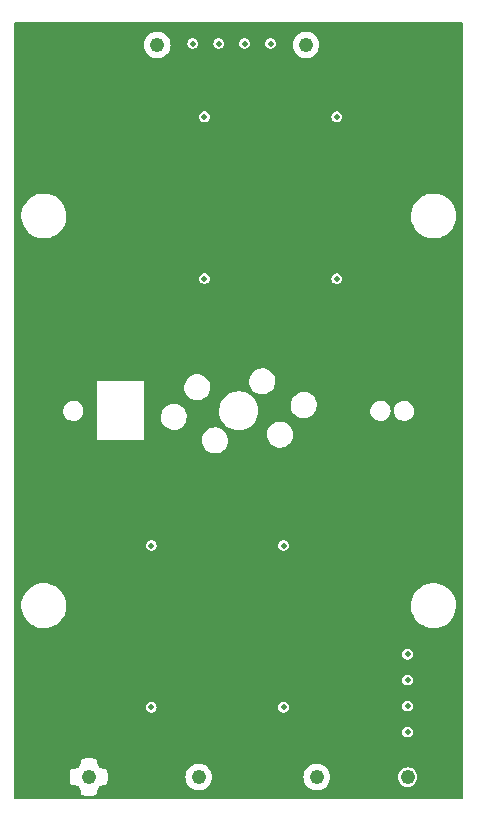
<source format=gbr>
%TF.GenerationSoftware,KiCad,Pcbnew,7.0.5-4d25ed1034~172~ubuntu22.04.1*%
%TF.CreationDate,2023-07-12T12:46:34+02:00*%
%TF.ProjectId,Chubut_2,43687562-7574-45f3-922e-6b696361645f,rev?*%
%TF.SameCoordinates,Original*%
%TF.FileFunction,Copper,L3,Inr*%
%TF.FilePolarity,Positive*%
%FSLAX46Y46*%
G04 Gerber Fmt 4.6, Leading zero omitted, Abs format (unit mm)*
G04 Created by KiCad (PCBNEW 7.0.5-4d25ed1034~172~ubuntu22.04.1) date 2023-07-12 12:46:34*
%MOMM*%
%LPD*%
G01*
G04 APERTURE LIST*
%TA.AperFunction,ComponentPad*%
%ADD10C,0.450000*%
%TD*%
%TA.AperFunction,ComponentPad*%
%ADD11C,1.240000*%
%TD*%
%TA.AperFunction,ViaPad*%
%ADD12C,0.500000*%
%TD*%
G04 APERTURE END LIST*
D10*
%TO.N,GND*%
%TO.C,U1*%
X8297500Y-10197500D03*
X9037500Y-10197500D03*
X9787500Y-10187500D03*
X8287500Y-9657500D03*
X9787500Y-9647500D03*
X6017500Y-8507500D03*
X7667500Y-8507500D03*
X6817500Y-7817500D03*
X6007500Y-7807500D03*
X7667500Y-7807500D03*
%TD*%
%TO.N,GND*%
%TO.C,U3*%
X3802500Y9997500D03*
X3062500Y9997500D03*
X2312500Y9987500D03*
X3812500Y9457500D03*
X2312500Y9447500D03*
X6082500Y8307500D03*
X4432500Y8307500D03*
X5282500Y7617500D03*
X6092500Y7607500D03*
X4432500Y7607500D03*
%TD*%
D11*
%TO.N,/CH1/Out*%
%TO.C,J6*%
X-3400000Y-31000000D03*
%TO.N,GND*%
X-2130000Y-32270000D03*
X-2130000Y-29730000D03*
X-4670000Y-32270000D03*
X-4670000Y-29730000D03*
%TD*%
%TO.N,/POWER*%
%TO.C,J1*%
X14300000Y-31000000D03*
%TO.N,GND*%
X15570000Y-32270000D03*
X15570000Y-29730000D03*
X13030000Y-32270000D03*
X13030000Y-29730000D03*
%TD*%
D10*
%TO.N,GND*%
%TO.C,U7*%
X-2902500Y-10197500D03*
X-2162500Y-10197500D03*
X-1412500Y-10187500D03*
X-2912500Y-9657500D03*
X-1412500Y-9647500D03*
X-5182500Y-8507500D03*
X-3532500Y-8507500D03*
X-4382500Y-7817500D03*
X-5192500Y-7807500D03*
X-3532500Y-7807500D03*
%TD*%
D11*
%TO.N,/CH3/Out*%
%TO.C,J8*%
X5700000Y31000000D03*
%TO.N,GND*%
X4430000Y32270000D03*
X4430000Y29730000D03*
X6970000Y32270000D03*
X6970000Y29730000D03*
%TD*%
D10*
%TO.N,GND*%
%TO.C,U8*%
X-2902500Y-23897500D03*
X-2162500Y-23897500D03*
X-1412500Y-23887500D03*
X-2912500Y-23357500D03*
X-1412500Y-23347500D03*
X-5182500Y-22207500D03*
X-3532500Y-22207500D03*
X-4382500Y-21517500D03*
X-5192500Y-21507500D03*
X-3532500Y-21507500D03*
%TD*%
%TO.N,GND*%
%TO.C,U6*%
X-7397500Y23697500D03*
X-8137500Y23697500D03*
X-8887500Y23687500D03*
X-7387500Y23157500D03*
X-8887500Y23147500D03*
X-5117500Y22007500D03*
X-6767500Y22007500D03*
X-5917500Y21317500D03*
X-5107500Y21307500D03*
X-6767500Y21307500D03*
%TD*%
D11*
%TO.N,/HV1*%
%TO.C,J11*%
X-12700000Y-31000000D03*
%TO.N,GND*%
X-11430000Y-32270000D03*
X-11430000Y-29730000D03*
X-13970000Y-32270000D03*
X-13970000Y-29730000D03*
%TD*%
%TO.N,/CH4/Out*%
%TO.C,J9*%
X-6900000Y31000000D03*
%TO.N,GND*%
X-8170000Y32270000D03*
X-8170000Y29730000D03*
X-5630000Y32270000D03*
X-5630000Y29730000D03*
%TD*%
D10*
%TO.N,GND*%
%TO.C,U4*%
X3802500Y23697500D03*
X3062500Y23697500D03*
X2312500Y23687500D03*
X3812500Y23157500D03*
X2312500Y23147500D03*
X6082500Y22007500D03*
X4432500Y22007500D03*
X5282500Y21317500D03*
X6092500Y21307500D03*
X4432500Y21307500D03*
%TD*%
D11*
%TO.N,/CH2/Out*%
%TO.C,J7*%
X6600000Y-31000000D03*
%TO.N,GND*%
X7870000Y-32270000D03*
X7870000Y-29730000D03*
X5330000Y-32270000D03*
X5330000Y-29730000D03*
%TD*%
D10*
%TO.N,GND*%
%TO.C,U2*%
X8297500Y-23897500D03*
X9037500Y-23897500D03*
X9787500Y-23887500D03*
X8287500Y-23357500D03*
X9787500Y-23347500D03*
X6017500Y-22207500D03*
X7667500Y-22207500D03*
X6817500Y-21517500D03*
X6007500Y-21507500D03*
X7667500Y-21507500D03*
%TD*%
%TO.N,GND*%
%TO.C,U5*%
X-7397500Y9997500D03*
X-8137500Y9997500D03*
X-8887500Y9987500D03*
X-7387500Y9457500D03*
X-8887500Y9447500D03*
X-5117500Y8307500D03*
X-6767500Y8307500D03*
X-5917500Y7617500D03*
X-5107500Y7607500D03*
X-6767500Y7607500D03*
%TD*%
D12*
%TO.N,GND*%
X821308Y-4342476D03*
X10200000Y30600000D03*
X-7161914Y463974D03*
X145850Y3974699D03*
X1200000Y9789694D03*
X-8000000Y14900000D03*
X5300000Y-25600000D03*
X8900000Y-15100000D03*
X16500000Y2900000D03*
X10900000Y21800000D03*
X-1474556Y-4683827D03*
X2406941Y5573237D03*
X-1300000Y15800000D03*
X6800000Y25400000D03*
X6079223Y4472102D03*
X-10000000Y-10000000D03*
X-6400000Y-11400000D03*
X7300000Y11200000D03*
X-4905966Y-26889694D03*
X8300000Y21400000D03*
X14100000Y25500000D03*
X-10000000Y8200000D03*
X4500000Y-26900000D03*
X1200000Y-22089694D03*
X1916936Y6784484D03*
X10900000Y9789694D03*
X1700000Y-16300000D03*
X6040683Y-4700344D03*
X-1400000Y2300000D03*
X-12200000Y30500000D03*
X-1800000Y-13200000D03*
X5805966Y26689694D03*
X2512524Y4701142D03*
X6200000Y3900000D03*
X-2000000Y-5300000D03*
X16500000Y8900000D03*
X1200000Y-13200000D03*
X1200000Y13000000D03*
X-10000000Y15700000D03*
X-12200000Y14200000D03*
X6700000Y1700000D03*
X10900000Y15800000D03*
X4477073Y-4094720D03*
X-3900000Y12200000D03*
X7200000Y7700000D03*
X-4400000Y-13900000D03*
X-400000Y5300000D03*
X1200000Y21900000D03*
X-300000Y-19000000D03*
X3998080Y1405444D03*
X-8300000Y-13189694D03*
X-6330558Y1229262D03*
X10900000Y-22100000D03*
X-5900000Y14900000D03*
X1200000Y20289694D03*
X5300000Y16900000D03*
X10900000Y-16100000D03*
X-13200000Y5100000D03*
X-10000000Y-5300000D03*
X1200000Y8200000D03*
X-3900000Y25900000D03*
X-300000Y26689694D03*
X-2300000Y-13900000D03*
X-16500000Y-27100000D03*
X1000000Y-3100000D03*
X-6400000Y-12400000D03*
X-8300000Y-26889694D03*
X-300000Y10800000D03*
X-4985078Y-14479532D03*
X2900000Y-13189694D03*
X-8300000Y5100000D03*
X10900000Y-6789694D03*
X5900000Y5100000D03*
X-4400000Y-15100000D03*
X-300000Y-22100000D03*
X-11800000Y18500000D03*
X7500000Y5000000D03*
X9294034Y18800000D03*
X4900000Y-7900000D03*
X-1800000Y3500000D03*
X5900000Y18800000D03*
X-10000000Y20289694D03*
X16500000Y-27100000D03*
X5400000Y3000000D03*
X6900000Y-800000D03*
X1200000Y-26900000D03*
X9057791Y-4579220D03*
X11000000Y8100000D03*
X10900000Y11300000D03*
X-300000Y18800000D03*
X-16500000Y20900000D03*
X4800000Y-25100000D03*
X13800000Y-5000000D03*
X12400000Y-25000000D03*
X5805966Y12989694D03*
X4800000Y-26100000D03*
X-16500000Y-30100000D03*
X-5256952Y-4700344D03*
X8900000Y-13900000D03*
X-10000000Y13000000D03*
X12700000Y-18100000D03*
X-10000000Y-13200000D03*
X-16500000Y-100000D03*
X-300000Y-25300000D03*
X10900000Y6589694D03*
X10900000Y-11600000D03*
X-8000000Y13700000D03*
X-4400000Y25400000D03*
X5864502Y-1165704D03*
X-5900000Y13700000D03*
X2700000Y26700000D03*
X-6500000Y2500000D03*
X4300000Y-13200000D03*
X16500000Y-9100000D03*
X2100000Y-8400000D03*
X4700000Y-5300000D03*
X1454460Y-1661214D03*
X2700000Y-7900000D03*
X12400000Y-22800000D03*
X1400000Y-30800000D03*
X1382886Y-2294366D03*
X-10000000Y-11589694D03*
X5500000Y20100000D03*
X2100000Y-22100000D03*
X-10000000Y-16100000D03*
X-1800000Y-26900000D03*
X3200000Y18100000D03*
X9200000Y26700000D03*
X-600000Y-14700000D03*
X3200000Y14900000D03*
X4600000Y-15300000D03*
X8677900Y-3224824D03*
X-2100000Y200000D03*
X1200000Y-25289694D03*
X-5700000Y1500000D03*
X-5900000Y16900000D03*
X3100000Y11900000D03*
X-16500000Y11900000D03*
X16500000Y11900000D03*
X14200000Y11700000D03*
X650536Y4372331D03*
X-6400000Y-26100000D03*
X7125301Y1042069D03*
X16500000Y5900000D03*
X-4700000Y4100000D03*
X9200000Y-19000000D03*
X-6400000Y-25100000D03*
X-300000Y24600000D03*
X1200000Y-10000000D03*
X12400000Y-27200000D03*
X1246984Y4716436D03*
X1856374Y-3511119D03*
X6536194Y-5862041D03*
X-8500000Y13000000D03*
X-6600000Y-13200000D03*
X10900000Y-19000000D03*
X13400000Y29500000D03*
X2805966Y-5300000D03*
X5300000Y13700000D03*
X-1200000Y8200000D03*
X-300000Y-20489694D03*
X2285816Y249253D03*
X2291322Y-3990113D03*
X-8100000Y25600000D03*
X1200000Y-11589694D03*
X-6611347Y-1765822D03*
X127593Y-3527636D03*
X2900000Y-19000000D03*
X-5394034Y26689694D03*
X-2085686Y-4705850D03*
X5500000Y6400000D03*
X-300000Y20289694D03*
X-7266522Y-224234D03*
X1200000Y17000000D03*
X-3300000Y17000000D03*
X10900000Y18800000D03*
X4800000Y-12400000D03*
X4829436Y2324891D03*
X10000000Y8200000D03*
X-8394034Y-5300000D03*
X9400000Y7700000D03*
X6600000Y-20300000D03*
X-1200000Y21900000D03*
X2010532Y6107287D03*
X-5300000Y-4100000D03*
X-10000000Y-8389694D03*
X-4300000Y-3100000D03*
X16500000Y29900000D03*
X-10000000Y23489694D03*
X-10000000Y-25289694D03*
X-3700000Y26689694D03*
X8900000Y-18300000D03*
X-2100000Y26700000D03*
X-8000000Y18100000D03*
X-5300000Y18800000D03*
X16500000Y-6100000D03*
X-8500000Y-7900000D03*
X7300000Y25900000D03*
X9400000Y-26900000D03*
X13600000Y21600000D03*
X-4400000Y-18300000D03*
X6800000Y-17100000D03*
X8900000Y-3800000D03*
X10000000Y21900000D03*
X-2300000Y-17100000D03*
X16500000Y-12100000D03*
X6294034Y-26889694D03*
X10900000Y-5300000D03*
X1200000Y6589694D03*
X-10000000Y-19000000D03*
X6794960Y-2096162D03*
X-2100000Y13000000D03*
X-5025714Y-2354928D03*
X7500000Y12989694D03*
X2900000Y-26889694D03*
X-16500000Y5900000D03*
X-6300000Y-21600000D03*
X9000000Y-25800000D03*
X-205900Y2166239D03*
X500000Y29100000D03*
X-16500000Y23900000D03*
X2300000Y-14600000D03*
X1200000Y25100000D03*
X7600000Y18800000D03*
X-3900000Y24900000D03*
X-3700000Y18800000D03*
X8017219Y-2866956D03*
X-300000Y-11600000D03*
X-5900000Y18100000D03*
X-300000Y-23689694D03*
X10900000Y-23689694D03*
X2700000Y13000000D03*
X-2900000Y21400000D03*
X6800000Y-18300000D03*
X10900000Y-9989694D03*
X-4354022Y-2068634D03*
X-5300000Y17500000D03*
X13000000Y-14000000D03*
X-6100000Y2000000D03*
X-5300000Y5100000D03*
X8400000Y14800000D03*
X-300000Y-9989694D03*
X-7400000Y-21600000D03*
X10900000Y-20489694D03*
X-2600000Y-200000D03*
X-13200000Y11400000D03*
X6600000Y-6600000D03*
X8900000Y-17100000D03*
X10900000Y20289694D03*
X243212Y-2872462D03*
X-2300000Y-18300000D03*
X-9100000Y-8400000D03*
X6315967Y-1584135D03*
X-300000Y6589694D03*
X-300000Y22200000D03*
X16500000Y-3100000D03*
X-2200000Y-25800000D03*
X-5000000Y-17700000D03*
X-1905966Y5100000D03*
X6200000Y-5300000D03*
X3612683Y821843D03*
X-16500000Y-6100000D03*
X3800000Y-7900000D03*
X7300000Y24900000D03*
X10900000Y-8400000D03*
X6214922Y-14479532D03*
X-13200000Y27200000D03*
X-6900000Y1100000D03*
X9000000Y-12100000D03*
X-5000000Y-19000000D03*
X-13200000Y21600000D03*
X-4905966Y-13189694D03*
X-8500000Y26700000D03*
X-16500000Y-3100000D03*
X-2200000Y-12100000D03*
X13400000Y-11400000D03*
X7200000Y21400000D03*
X1200000Y-20500000D03*
X-7100000Y-1100000D03*
X-9100000Y-22100000D03*
X-3968625Y-1292334D03*
X-2800000Y14900000D03*
X6800000Y-15100000D03*
X1300000Y5400000D03*
X10900000Y-13200000D03*
X-5800000Y-2400000D03*
X5100000Y-3800000D03*
X-10000000Y21900000D03*
X13700000Y5500000D03*
X-2700000Y4200000D03*
X-1800000Y21400000D03*
X9400000Y-13200000D03*
X-10000000Y25100000D03*
X-3700000Y12989694D03*
X-10000000Y-23700000D03*
X2700000Y-21600000D03*
X16500000Y-21100000D03*
X5572701Y-4281913D03*
X9100000Y13000000D03*
X5900000Y17500000D03*
X-5700000Y6400000D03*
X1828138Y4812020D03*
X-1800000Y7700000D03*
X10900000Y12989694D03*
X-300000Y-13200000D03*
X1200000Y26700000D03*
X9200000Y-1100000D03*
X-5394034Y12989694D03*
X-300000Y11900000D03*
X-3900000Y11200000D03*
X-1905966Y18800000D03*
X-300000Y-26900000D03*
X-8900000Y-14600000D03*
X-8200000Y-30800000D03*
X-4600000Y-6600000D03*
X0Y-17300000D03*
X10800000Y5200000D03*
X-1500000Y2900000D03*
X-4000000Y21400000D03*
X3100000Y25600000D03*
X-4838521Y-3478085D03*
X8300000Y7700000D03*
X-10000000Y-22089694D03*
X193661Y-2211781D03*
X-10000000Y6589694D03*
X7300000Y12200000D03*
X-4400000Y-17100000D03*
X10900000Y-26900000D03*
X-4755936Y-5988671D03*
X4300000Y2000000D03*
X2700000Y29100000D03*
X-6300000Y-7900000D03*
X-300000Y8600000D03*
X-252297Y-4116743D03*
X5885078Y14279532D03*
X1200000Y-8389694D03*
X-5900000Y-11900000D03*
X6139786Y2071630D03*
X16500000Y23900000D03*
X-7400000Y-7900000D03*
X1200000Y23489694D03*
X-8400000Y3600000D03*
X-8300000Y18800000D03*
X832319Y-2002566D03*
X6294034Y-13189694D03*
X1200000Y-6800000D03*
X-4600000Y-20300000D03*
X3800000Y-21600000D03*
X-10000000Y18800000D03*
X-300000Y-5300000D03*
X10900000Y23489694D03*
X4900000Y-21600000D03*
X-9900000Y5200000D03*
X-6800000Y-17300000D03*
X-3200000Y-400000D03*
X-300000Y-8400000D03*
X7500000Y26689694D03*
X1900419Y7379097D03*
X6800000Y11700000D03*
X2900000Y18800000D03*
X700000Y15200000D03*
X-3900000Y29100000D03*
X5300000Y18100000D03*
X6800000Y-13900000D03*
X-16500000Y2900000D03*
X-4000000Y7700000D03*
X-6800000Y-5300000D03*
X5473599Y5633799D03*
X5300000Y14900000D03*
X4800000Y-11400000D03*
X-797359Y-4518657D03*
X-900000Y3200000D03*
X-1400000Y1700000D03*
X3200000Y13700000D03*
X-4036930Y4299687D03*
X-6600000Y-26900000D03*
X-10000000Y26700000D03*
X-2000000Y-19000000D03*
X3788864Y-4314947D03*
X9400000Y21400000D03*
X2996047Y436446D03*
X7158335Y-174683D03*
X4505966Y-19000000D03*
X-5314922Y14279532D03*
X10300000Y-30900000D03*
X-3325781Y4357038D03*
X-16500000Y-21100000D03*
X-16500000Y-24100000D03*
X9294034Y5100000D03*
X-6694034Y-19000000D03*
X-4400000Y11700000D03*
X-8100000Y12000000D03*
X-7600000Y-15600000D03*
X3040093Y-4243374D03*
X1200000Y-5300000D03*
X1200000Y-19000000D03*
X-10000000Y-26900000D03*
X16500000Y20900000D03*
X-300000Y-6789694D03*
X-205900Y3401192D03*
X16500000Y-24100000D03*
X1200000Y11400000D03*
X16500000Y-100000D03*
X10900000Y-25300000D03*
X-8400000Y-19000000D03*
X-16500000Y-9100000D03*
X-8000000Y16900000D03*
X-3500000Y5200000D03*
X-300000Y12989694D03*
X-5700000Y20100000D03*
X-10000000Y-6800000D03*
X8400000Y17000000D03*
X-2900000Y7700000D03*
X9200000Y-5300000D03*
X7300000Y-2500000D03*
X-10000000Y11400000D03*
X-2300000Y-15100000D03*
X1200000Y18800000D03*
X-16500000Y-12100000D03*
X9400000Y2500000D03*
X-16500000Y29900000D03*
X-1100000Y4200000D03*
X12397667Y-20599341D03*
X6018661Y3266360D03*
X5300000Y-11900000D03*
X-3800000Y-300000D03*
X10900000Y25000000D03*
X6200000Y-19000000D03*
X4200000Y-17000000D03*
X5506633Y2280845D03*
X16500000Y26900000D03*
X-1700000Y29100000D03*
X1200000Y-23700000D03*
X1509516Y-2955047D03*
X-16500000Y8900000D03*
X-8500000Y-21600000D03*
X-5000000Y-5300000D03*
X-267075Y2812391D03*
X3200000Y16900000D03*
X10900000Y26689694D03*
X-10000000Y9789694D03*
X-10000000Y-20600000D03*
X-16500000Y26900000D03*
X6200000Y-17700000D03*
X2900000Y5100000D03*
X-2200000Y3900000D03*
X-5900000Y-25600000D03*
X7284965Y452963D03*
%TO.N,/POWER*%
X2700000Y31100000D03*
X8300000Y24900000D03*
X500000Y31100000D03*
X-1700000Y31100000D03*
X-3900000Y31100000D03*
X14300000Y-22800000D03*
X8300000Y11200000D03*
X-7400000Y-25100000D03*
X14300000Y-20600000D03*
X-7400000Y-11400000D03*
X3800000Y-25100000D03*
X-2900000Y11200000D03*
X14300000Y-27200000D03*
X-2900000Y24900000D03*
X3800000Y-11400000D03*
X14300000Y-25000000D03*
%TD*%
%TA.AperFunction,Conductor*%
%TO.N,GND*%
G36*
X18981987Y32881987D02*
G01*
X19000000Y32838500D01*
X19000000Y-32838500D01*
X18981987Y-32881987D01*
X18938500Y-32900000D01*
X-18938500Y-32900000D01*
X-18981987Y-32881987D01*
X-19000000Y-32838500D01*
X-19000000Y-31000005D01*
X-14325511Y-31000005D01*
X-14309237Y-31206779D01*
X-14305498Y-31254286D01*
X-14245953Y-31502311D01*
X-14148341Y-31737967D01*
X-14015066Y-31955451D01*
X-13849410Y-32149410D01*
X-13655451Y-32315066D01*
X-13437967Y-32448341D01*
X-13202311Y-32545953D01*
X-12954286Y-32605498D01*
X-12954281Y-32605498D01*
X-12954277Y-32605499D01*
X-12700005Y-32625511D01*
X-12700000Y-32625511D01*
X-12699995Y-32625511D01*
X-12445722Y-32605499D01*
X-12445716Y-32605498D01*
X-12445714Y-32605498D01*
X-12197689Y-32545953D01*
X-11962033Y-32448341D01*
X-11924484Y-32425330D01*
X-11744551Y-32315068D01*
X-11744548Y-32315065D01*
X-11550590Y-32149410D01*
X-11384934Y-31955451D01*
X-11384931Y-31955448D01*
X-11251660Y-31737969D01*
X-11251659Y-31737967D01*
X-11154047Y-31502311D01*
X-11154046Y-31502309D01*
X-11154045Y-31502306D01*
X-11094501Y-31254284D01*
X-11094500Y-31254277D01*
X-11074489Y-31000005D01*
X-11074489Y-31000000D01*
X-4525300Y-31000000D01*
X-4506140Y-31206773D01*
X-4449311Y-31406505D01*
X-4356749Y-31592394D01*
X-4231607Y-31758110D01*
X-4078145Y-31898009D01*
X-3901589Y-32007327D01*
X-3707953Y-32082342D01*
X-3503830Y-32120500D01*
X-3503827Y-32120500D01*
X-3296173Y-32120500D01*
X-3296170Y-32120500D01*
X-3092047Y-32082342D01*
X-2898411Y-32007327D01*
X-2721855Y-31898009D01*
X-2721853Y-31898008D01*
X-2568392Y-31758109D01*
X-2443253Y-31592398D01*
X-2443249Y-31592390D01*
X-2350689Y-31406508D01*
X-2350689Y-31406506D01*
X-2293861Y-31206779D01*
X-2293860Y-31206773D01*
X-2274700Y-31000000D01*
X5474700Y-31000000D01*
X5493860Y-31206773D01*
X5493861Y-31206779D01*
X5550689Y-31406506D01*
X5550689Y-31406508D01*
X5643249Y-31592390D01*
X5643253Y-31592398D01*
X5768392Y-31758109D01*
X5921853Y-31898008D01*
X5921855Y-31898009D01*
X6098411Y-32007327D01*
X6292047Y-32082342D01*
X6496170Y-32120500D01*
X6496173Y-32120500D01*
X6703827Y-32120500D01*
X6703830Y-32120500D01*
X6907953Y-32082342D01*
X7101589Y-32007327D01*
X7278145Y-31898009D01*
X7431607Y-31758110D01*
X7556749Y-31592394D01*
X7649311Y-31406505D01*
X7706140Y-31206773D01*
X7725300Y-31000002D01*
X13474308Y-31000002D01*
X13495009Y-31183732D01*
X13503074Y-31206779D01*
X13556077Y-31358254D01*
X13654448Y-31514811D01*
X13785189Y-31645552D01*
X13941746Y-31743923D01*
X14116266Y-31804990D01*
X14162199Y-31810165D01*
X14299997Y-31825692D01*
X14300000Y-31825692D01*
X14300003Y-31825692D01*
X14410240Y-31813270D01*
X14483734Y-31804990D01*
X14658254Y-31743923D01*
X14814811Y-31645552D01*
X14945552Y-31514811D01*
X15043923Y-31358254D01*
X15104990Y-31183734D01*
X15115341Y-31091866D01*
X15125692Y-31000002D01*
X15125692Y-30999997D01*
X15104990Y-30816267D01*
X15096928Y-30793226D01*
X15043923Y-30641746D01*
X14945552Y-30485189D01*
X14814811Y-30354448D01*
X14658254Y-30256077D01*
X14617710Y-30241890D01*
X14483732Y-30195009D01*
X14300003Y-30174308D01*
X14299997Y-30174308D01*
X14116267Y-30195009D01*
X13941748Y-30256076D01*
X13941744Y-30256078D01*
X13785187Y-30354449D01*
X13654449Y-30485187D01*
X13556078Y-30641744D01*
X13556076Y-30641748D01*
X13495009Y-30816267D01*
X13474308Y-30999997D01*
X13474308Y-31000002D01*
X7725300Y-31000002D01*
X7725300Y-31000000D01*
X7706140Y-30793227D01*
X7649311Y-30593495D01*
X7649310Y-30593492D01*
X7649310Y-30593491D01*
X7556750Y-30407609D01*
X7556749Y-30407606D01*
X7556747Y-30407604D01*
X7556746Y-30407601D01*
X7431607Y-30241890D01*
X7278146Y-30101991D01*
X7178386Y-30040223D01*
X7101589Y-29992673D01*
X7101586Y-29992672D01*
X7101585Y-29992671D01*
X6907955Y-29917658D01*
X6826303Y-29902394D01*
X6703830Y-29879500D01*
X6496170Y-29879500D01*
X6394108Y-29898579D01*
X6292044Y-29917658D01*
X6098414Y-29992671D01*
X5921853Y-30101991D01*
X5768392Y-30241890D01*
X5643253Y-30407601D01*
X5643249Y-30407609D01*
X5550689Y-30593491D01*
X5550689Y-30593493D01*
X5493861Y-30793220D01*
X5493860Y-30793226D01*
X5474700Y-31000000D01*
X-2274700Y-31000000D01*
X-2293860Y-30793226D01*
X-2293861Y-30793220D01*
X-2350689Y-30593493D01*
X-2350689Y-30593491D01*
X-2443249Y-30407609D01*
X-2443253Y-30407601D01*
X-2568392Y-30241890D01*
X-2721853Y-30101991D01*
X-2898414Y-29992671D01*
X-3092044Y-29917658D01*
X-3194108Y-29898579D01*
X-3296170Y-29879500D01*
X-3503830Y-29879500D01*
X-3626303Y-29902394D01*
X-3707955Y-29917658D01*
X-3901585Y-29992671D01*
X-3901586Y-29992672D01*
X-3901589Y-29992673D01*
X-3978386Y-30040223D01*
X-4078146Y-30101991D01*
X-4231607Y-30241890D01*
X-4356746Y-30407601D01*
X-4356747Y-30407604D01*
X-4356749Y-30407606D01*
X-4356750Y-30407609D01*
X-4449310Y-30593491D01*
X-4449310Y-30593492D01*
X-4449311Y-30593495D01*
X-4506140Y-30793227D01*
X-4525300Y-31000000D01*
X-11074489Y-31000000D01*
X-11074489Y-30999994D01*
X-11094500Y-30745722D01*
X-11094501Y-30745715D01*
X-11154045Y-30497693D01*
X-11154047Y-30497689D01*
X-11251660Y-30262030D01*
X-11384931Y-30044551D01*
X-11384934Y-30044548D01*
X-11550590Y-29850590D01*
X-11744548Y-29684934D01*
X-11744551Y-29684931D01*
X-11962030Y-29551660D01*
X-12197689Y-29454047D01*
X-12197693Y-29454045D01*
X-12445715Y-29394501D01*
X-12445722Y-29394500D01*
X-12699995Y-29374489D01*
X-12700005Y-29374489D01*
X-12954277Y-29394500D01*
X-12954284Y-29394501D01*
X-13202306Y-29454045D01*
X-13202309Y-29454046D01*
X-13202311Y-29454047D01*
X-13437967Y-29551659D01*
X-13437969Y-29551660D01*
X-13655448Y-29684931D01*
X-13655451Y-29684934D01*
X-13849410Y-29850590D01*
X-13874101Y-29879500D01*
X-14015065Y-30044548D01*
X-14015068Y-30044551D01*
X-14107269Y-30195010D01*
X-14148341Y-30262033D01*
X-14245953Y-30497689D01*
X-14245953Y-30497692D01*
X-14245954Y-30497693D01*
X-14305498Y-30745715D01*
X-14305499Y-30745722D01*
X-14325511Y-30999994D01*
X-14325511Y-31000005D01*
X-19000000Y-31000005D01*
X-19000000Y-27200000D01*
X13844867Y-27200000D01*
X13863303Y-27328226D01*
X13863304Y-27328230D01*
X13917116Y-27446059D01*
X13917118Y-27446063D01*
X14001951Y-27543967D01*
X14110931Y-27614004D01*
X14235228Y-27650500D01*
X14364771Y-27650500D01*
X14364772Y-27650500D01*
X14489069Y-27614004D01*
X14598049Y-27543967D01*
X14682882Y-27446063D01*
X14736697Y-27328226D01*
X14755133Y-27200000D01*
X14736697Y-27071774D01*
X14682882Y-26953937D01*
X14598049Y-26856033D01*
X14598046Y-26856031D01*
X14598045Y-26856030D01*
X14489071Y-26785997D01*
X14489064Y-26785994D01*
X14364772Y-26749500D01*
X14235228Y-26749500D01*
X14110935Y-26785994D01*
X14110928Y-26785997D01*
X14001954Y-26856030D01*
X14001953Y-26856031D01*
X14001951Y-26856032D01*
X14001951Y-26856033D01*
X13917118Y-26953937D01*
X13917117Y-26953938D01*
X13917116Y-26953940D01*
X13863304Y-27071769D01*
X13863303Y-27071773D01*
X13844867Y-27199999D01*
X13844867Y-27200000D01*
X-19000000Y-27200000D01*
X-19000000Y-25100000D01*
X-7855133Y-25100000D01*
X-7836697Y-25228226D01*
X-7782882Y-25346063D01*
X-7698049Y-25443967D01*
X-7589069Y-25514004D01*
X-7464772Y-25550500D01*
X-7464771Y-25550500D01*
X-7335228Y-25550500D01*
X-7210931Y-25514004D01*
X-7156441Y-25478985D01*
X-7101954Y-25443969D01*
X-7101953Y-25443968D01*
X-7101951Y-25443967D01*
X-7017118Y-25346063D01*
X-7016161Y-25343967D01*
X-6963304Y-25228230D01*
X-6963303Y-25228226D01*
X-6944867Y-25100000D01*
X3344867Y-25100000D01*
X3363303Y-25228226D01*
X3363304Y-25228230D01*
X3416161Y-25343967D01*
X3417118Y-25346063D01*
X3501951Y-25443967D01*
X3501953Y-25443968D01*
X3501954Y-25443969D01*
X3556441Y-25478985D01*
X3610931Y-25514004D01*
X3735228Y-25550500D01*
X3864771Y-25550500D01*
X3864772Y-25550500D01*
X3989069Y-25514004D01*
X4098049Y-25443967D01*
X4182882Y-25346063D01*
X4236697Y-25228226D01*
X4255133Y-25100000D01*
X4240755Y-25000000D01*
X13844867Y-25000000D01*
X13863303Y-25128226D01*
X13863304Y-25128230D01*
X13908972Y-25228226D01*
X13917118Y-25246063D01*
X14001951Y-25343967D01*
X14110931Y-25414004D01*
X14235228Y-25450500D01*
X14364771Y-25450500D01*
X14364772Y-25450500D01*
X14489069Y-25414004D01*
X14598049Y-25343967D01*
X14682882Y-25246063D01*
X14736697Y-25128226D01*
X14755133Y-25000000D01*
X14736697Y-24871774D01*
X14728552Y-24853940D01*
X14683838Y-24756031D01*
X14682882Y-24753937D01*
X14598049Y-24656033D01*
X14598046Y-24656031D01*
X14598045Y-24656030D01*
X14489071Y-24585997D01*
X14489064Y-24585994D01*
X14364772Y-24549500D01*
X14235228Y-24549500D01*
X14110935Y-24585994D01*
X14110928Y-24585997D01*
X14001954Y-24656030D01*
X14001953Y-24656031D01*
X14001951Y-24656032D01*
X14001951Y-24656033D01*
X13917118Y-24753937D01*
X13917117Y-24753938D01*
X13917116Y-24753940D01*
X13863304Y-24871769D01*
X13863303Y-24871773D01*
X13844867Y-24999999D01*
X13844867Y-25000000D01*
X4240755Y-25000000D01*
X4236697Y-24971774D01*
X4182882Y-24853937D01*
X4098049Y-24756033D01*
X4098046Y-24756031D01*
X4098045Y-24756030D01*
X3989071Y-24685997D01*
X3989064Y-24685994D01*
X3864772Y-24649500D01*
X3735228Y-24649500D01*
X3610935Y-24685994D01*
X3610928Y-24685997D01*
X3501954Y-24756030D01*
X3501953Y-24756031D01*
X3501951Y-24756032D01*
X3501951Y-24756033D01*
X3417118Y-24853937D01*
X3417117Y-24853938D01*
X3417116Y-24853940D01*
X3363304Y-24971769D01*
X3363303Y-24971773D01*
X3344867Y-25099999D01*
X3344867Y-25100000D01*
X-6944867Y-25100000D01*
X-6944867Y-25099999D01*
X-6963303Y-24971773D01*
X-6963304Y-24971769D01*
X-7017116Y-24853940D01*
X-7017117Y-24853938D01*
X-7017118Y-24853937D01*
X-7101951Y-24756033D01*
X-7101951Y-24756032D01*
X-7101953Y-24756031D01*
X-7101954Y-24756030D01*
X-7210928Y-24685997D01*
X-7210935Y-24685994D01*
X-7335228Y-24649500D01*
X-7464772Y-24649500D01*
X-7589064Y-24685994D01*
X-7589071Y-24685997D01*
X-7698045Y-24756030D01*
X-7698046Y-24756031D01*
X-7698049Y-24756033D01*
X-7782882Y-24853937D01*
X-7836697Y-24971774D01*
X-7855133Y-25100000D01*
X-19000000Y-25100000D01*
X-19000000Y-22800000D01*
X13844867Y-22800000D01*
X13863303Y-22928226D01*
X13863304Y-22928230D01*
X13917116Y-23046059D01*
X13917118Y-23046063D01*
X14001951Y-23143967D01*
X14110931Y-23214004D01*
X14235228Y-23250500D01*
X14364771Y-23250500D01*
X14364772Y-23250500D01*
X14489069Y-23214004D01*
X14598049Y-23143967D01*
X14682882Y-23046063D01*
X14736697Y-22928226D01*
X14755133Y-22800000D01*
X14736697Y-22671774D01*
X14682882Y-22553937D01*
X14598049Y-22456033D01*
X14598046Y-22456031D01*
X14598045Y-22456030D01*
X14489071Y-22385997D01*
X14489064Y-22385994D01*
X14364772Y-22349500D01*
X14235228Y-22349500D01*
X14110935Y-22385994D01*
X14110928Y-22385997D01*
X14001954Y-22456030D01*
X14001953Y-22456031D01*
X14001951Y-22456032D01*
X14001951Y-22456033D01*
X13917118Y-22553937D01*
X13917117Y-22553938D01*
X13917116Y-22553940D01*
X13863304Y-22671769D01*
X13863303Y-22671773D01*
X13844867Y-22799999D01*
X13844867Y-22800000D01*
X-19000000Y-22800000D01*
X-19000000Y-20600000D01*
X13844867Y-20600000D01*
X13863303Y-20728226D01*
X13863304Y-20728230D01*
X13917116Y-20846059D01*
X13917118Y-20846063D01*
X14001951Y-20943967D01*
X14110931Y-21014004D01*
X14235228Y-21050500D01*
X14364771Y-21050500D01*
X14364772Y-21050500D01*
X14489069Y-21014004D01*
X14598049Y-20943967D01*
X14682882Y-20846063D01*
X14736697Y-20728226D01*
X14755133Y-20600000D01*
X14736697Y-20471774D01*
X14682882Y-20353937D01*
X14598049Y-20256033D01*
X14598046Y-20256031D01*
X14598045Y-20256030D01*
X14489071Y-20185997D01*
X14489064Y-20185994D01*
X14364772Y-20149500D01*
X14235228Y-20149500D01*
X14110935Y-20185994D01*
X14110928Y-20185997D01*
X14001954Y-20256030D01*
X14001953Y-20256031D01*
X14001951Y-20256032D01*
X14001951Y-20256033D01*
X13917118Y-20353937D01*
X13917117Y-20353938D01*
X13917116Y-20353940D01*
X13863304Y-20471769D01*
X13863303Y-20471773D01*
X13844867Y-20599999D01*
X13844867Y-20600000D01*
X-19000000Y-20600000D01*
X-19000000Y-16569596D01*
X-18404313Y-16569596D01*
X-18373886Y-16846124D01*
X-18303520Y-17115276D01*
X-18194716Y-17371314D01*
X-18049792Y-17608781D01*
X-17871837Y-17822617D01*
X-17664643Y-18008263D01*
X-17432627Y-18161763D01*
X-17180733Y-18279846D01*
X-16914331Y-18359995D01*
X-16639099Y-18400500D01*
X-16639098Y-18400500D01*
X-16430537Y-18400500D01*
X-16222545Y-18385277D01*
X-15951003Y-18324788D01*
X-15691162Y-18225408D01*
X-15691157Y-18225405D01*
X-15691156Y-18225405D01*
X-15577759Y-18161763D01*
X-15448560Y-18089253D01*
X-15228368Y-17919226D01*
X-15035278Y-17718951D01*
X-15035276Y-17718948D01*
X-15035271Y-17718942D01*
X-14873409Y-17492699D01*
X-14873407Y-17492697D01*
X-14746206Y-17245290D01*
X-14746204Y-17245286D01*
X-14746203Y-17245283D01*
X-14701850Y-17115274D01*
X-14656378Y-16981987D01*
X-14605847Y-16708412D01*
X-14600774Y-16569596D01*
X14595687Y-16569596D01*
X14626114Y-16846126D01*
X14626115Y-16846130D01*
X14696477Y-17115267D01*
X14696479Y-17115274D01*
X14696480Y-17115276D01*
X14805284Y-17371314D01*
X14950208Y-17608781D01*
X15128163Y-17822617D01*
X15335357Y-18008263D01*
X15567373Y-18161763D01*
X15819267Y-18279846D01*
X15968647Y-18324788D01*
X16085659Y-18359992D01*
X16085661Y-18359993D01*
X16085663Y-18359993D01*
X16085669Y-18359995D01*
X16360901Y-18400500D01*
X16360902Y-18400500D01*
X16569463Y-18400500D01*
X16777455Y-18385277D01*
X17048997Y-18324788D01*
X17308838Y-18225408D01*
X17551440Y-18089253D01*
X17771632Y-17919226D01*
X17964722Y-17718951D01*
X18126593Y-17492696D01*
X18253797Y-17245283D01*
X18343621Y-16981986D01*
X18394152Y-16708416D01*
X18404313Y-16430404D01*
X18373886Y-16153876D01*
X18303520Y-15884724D01*
X18194716Y-15628686D01*
X18049792Y-15391219D01*
X17871837Y-15177383D01*
X17664643Y-14991737D01*
X17432627Y-14838237D01*
X17432624Y-14838235D01*
X17180735Y-14720155D01*
X17180725Y-14720151D01*
X16914340Y-14640007D01*
X16914338Y-14640006D01*
X16742539Y-14614723D01*
X16639099Y-14599500D01*
X16430537Y-14599500D01*
X16222554Y-14614722D01*
X16222547Y-14614722D01*
X16222545Y-14614723D01*
X16109051Y-14640005D01*
X15951002Y-14675212D01*
X15691165Y-14774591D01*
X15691156Y-14774594D01*
X15448563Y-14910745D01*
X15448554Y-14910751D01*
X15228367Y-15080775D01*
X15035279Y-15281047D01*
X15035271Y-15281057D01*
X14873409Y-15507300D01*
X14873407Y-15507302D01*
X14746206Y-15754709D01*
X14746201Y-15754723D01*
X14656378Y-16018012D01*
X14605847Y-16291587D01*
X14595687Y-16569596D01*
X-14600774Y-16569596D01*
X-14595687Y-16430402D01*
X-14626114Y-16153873D01*
X-14626115Y-16153869D01*
X-14696477Y-15884732D01*
X-14696479Y-15884725D01*
X-14805284Y-15628685D01*
X-14950209Y-15391217D01*
X-15128165Y-15177380D01*
X-15260175Y-15059100D01*
X-15335357Y-14991737D01*
X-15335360Y-14991735D01*
X-15567375Y-14838235D01*
X-15819264Y-14720155D01*
X-15819274Y-14720151D01*
X-16085659Y-14640007D01*
X-16085661Y-14640006D01*
X-16257467Y-14614722D01*
X-16360901Y-14599500D01*
X-16569463Y-14599500D01*
X-16777445Y-14614722D01*
X-16777450Y-14614722D01*
X-16777455Y-14614723D01*
X-17048997Y-14675212D01*
X-17308838Y-14774592D01*
X-17308839Y-14774592D01*
X-17308843Y-14774594D01*
X-17494907Y-14879019D01*
X-17551440Y-14910747D01*
X-17771632Y-15080774D01*
X-17964722Y-15281049D01*
X-18126593Y-15507304D01*
X-18253797Y-15754717D01*
X-18298149Y-15884724D01*
X-18343621Y-16018012D01*
X-18343621Y-16018014D01*
X-18394152Y-16291584D01*
X-18404313Y-16569596D01*
X-19000000Y-16569596D01*
X-19000000Y-11400000D01*
X-7855133Y-11400000D01*
X-7836697Y-11528226D01*
X-7782882Y-11646063D01*
X-7698049Y-11743967D01*
X-7589069Y-11814004D01*
X-7464772Y-11850500D01*
X-7464771Y-11850500D01*
X-7335228Y-11850500D01*
X-7210931Y-11814004D01*
X-7101951Y-11743967D01*
X-7017118Y-11646063D01*
X-7017116Y-11646059D01*
X-6963304Y-11528230D01*
X-6963303Y-11528226D01*
X-6944867Y-11400000D01*
X3344867Y-11400000D01*
X3363303Y-11528226D01*
X3363304Y-11528230D01*
X3417116Y-11646059D01*
X3417118Y-11646063D01*
X3501951Y-11743967D01*
X3610931Y-11814004D01*
X3735228Y-11850500D01*
X3864771Y-11850500D01*
X3864772Y-11850500D01*
X3989069Y-11814004D01*
X4098049Y-11743967D01*
X4182882Y-11646063D01*
X4236697Y-11528226D01*
X4255133Y-11400000D01*
X4236697Y-11271774D01*
X4182882Y-11153937D01*
X4098049Y-11056033D01*
X4098046Y-11056031D01*
X4098045Y-11056030D01*
X3989071Y-10985997D01*
X3989064Y-10985994D01*
X3864772Y-10949500D01*
X3735228Y-10949500D01*
X3610935Y-10985994D01*
X3610928Y-10985997D01*
X3501954Y-11056030D01*
X3501953Y-11056031D01*
X3501951Y-11056032D01*
X3501951Y-11056033D01*
X3417118Y-11153937D01*
X3417117Y-11153938D01*
X3417116Y-11153940D01*
X3363304Y-11271769D01*
X3363303Y-11271773D01*
X3344867Y-11399999D01*
X3344867Y-11400000D01*
X-6944867Y-11400000D01*
X-6944867Y-11399999D01*
X-6963303Y-11271773D01*
X-6963304Y-11271769D01*
X-7017116Y-11153940D01*
X-7017117Y-11153938D01*
X-7017118Y-11153937D01*
X-7101951Y-11056033D01*
X-7101951Y-11056032D01*
X-7101953Y-11056031D01*
X-7101954Y-11056030D01*
X-7210928Y-10985997D01*
X-7210935Y-10985994D01*
X-7335228Y-10949500D01*
X-7464772Y-10949500D01*
X-7589064Y-10985994D01*
X-7589071Y-10985997D01*
X-7698045Y-11056030D01*
X-7698046Y-11056031D01*
X-7698049Y-11056033D01*
X-7782882Y-11153937D01*
X-7836697Y-11271774D01*
X-7855133Y-11400000D01*
X-19000000Y-11400000D01*
X-19000000Y46317D01*
X-14854260Y46317D01*
X-14844245Y-138407D01*
X-14794754Y-316659D01*
X-14708100Y-480104D01*
X-14588337Y-621100D01*
X-14441064Y-733054D01*
X-14273167Y-810732D01*
X-14092497Y-850500D01*
X-14092492Y-850500D01*
X-13953879Y-850500D01*
X-13953877Y-850499D01*
X-13816095Y-835515D01*
X-13816093Y-835514D01*
X-13816090Y-835514D01*
X-13640779Y-776444D01*
X-13482264Y-681070D01*
X-13347959Y-553849D01*
X-13347958Y-553848D01*
X-13347956Y-553846D01*
X-13244141Y-400728D01*
X-13244140Y-400726D01*
X-13175671Y-228881D01*
X-13175669Y-228874D01*
X-13160842Y-138437D01*
X-13145740Y-46317D01*
X-13155755Y138407D01*
X-13179504Y223944D01*
X-13205245Y316658D01*
X-13205246Y316659D01*
X-13249818Y400730D01*
X-13291900Y480104D01*
X-13291903Y480109D01*
X-13411663Y621100D01*
X-13558932Y733052D01*
X-13558935Y733053D01*
X-13558936Y733054D01*
X-13726833Y810732D01*
X-13907503Y850500D01*
X-14046113Y850500D01*
X-14046120Y850500D01*
X-14046122Y850499D01*
X-14183904Y835515D01*
X-14183905Y835514D01*
X-14183910Y835514D01*
X-14359221Y776444D01*
X-14517736Y681070D01*
X-14652041Y553849D01*
X-14755858Y400730D01*
X-14824331Y228875D01*
X-14854260Y46317D01*
X-19000000Y46317D01*
X-19000000Y2500000D01*
X-12000000Y2500000D01*
X-12000000Y-2500000D01*
X-8000000Y-2500000D01*
X-8000000Y-2447398D01*
X-3104254Y-2447398D01*
X-3094254Y-2657330D01*
X-3070757Y-2754183D01*
X-3044708Y-2861562D01*
X-3044706Y-2861567D01*
X-3044704Y-2861576D01*
X-2957396Y-3052753D01*
X-2835486Y-3223952D01*
X-2683378Y-3368986D01*
X-2506572Y-3482613D01*
X-2311457Y-3560725D01*
X-2105085Y-3600500D01*
X-2105082Y-3600500D01*
X-1947578Y-3600500D01*
X-1947575Y-3600500D01*
X-1790782Y-3585528D01*
X-1589125Y-3526316D01*
X-1402318Y-3430011D01*
X-1237114Y-3300092D01*
X-1171131Y-3223944D01*
X-1099486Y-3141263D01*
X-1099479Y-3141253D01*
X-994395Y-2959242D01*
X-994394Y-2959238D01*
X-925656Y-2760636D01*
X-925656Y-2760635D01*
X-895745Y-2552599D01*
X-905745Y-2342678D01*
X-905747Y-2342663D01*
X-955291Y-2138437D01*
X-955298Y-2138417D01*
X-1042533Y-1947399D01*
X2395745Y-1947399D01*
X2405745Y-2157321D01*
X2405747Y-2157336D01*
X2455291Y-2361562D01*
X2455298Y-2361582D01*
X2542602Y-2552750D01*
X2542609Y-2552761D01*
X2664507Y-2723944D01*
X2664511Y-2723948D01*
X2664514Y-2723952D01*
X2816622Y-2868986D01*
X2993428Y-2982613D01*
X3188543Y-3060725D01*
X3394915Y-3100500D01*
X3394918Y-3100500D01*
X3552422Y-3100500D01*
X3552425Y-3100500D01*
X3709218Y-3085528D01*
X3910875Y-3026316D01*
X4097682Y-2930011D01*
X4262886Y-2800092D01*
X4400519Y-2641256D01*
X4505604Y-2459244D01*
X4574344Y-2260633D01*
X4604254Y-2052602D01*
X4594254Y-1842670D01*
X4569192Y-1739363D01*
X4544708Y-1638437D01*
X4544705Y-1638429D01*
X4544704Y-1638424D01*
X4513448Y-1569984D01*
X4457397Y-1447249D01*
X4457390Y-1447238D01*
X4335492Y-1276055D01*
X4335488Y-1276051D01*
X4335486Y-1276048D01*
X4183378Y-1131014D01*
X4061615Y-1052761D01*
X4006571Y-1017386D01*
X3897409Y-973685D01*
X3811457Y-939275D01*
X3605085Y-899500D01*
X3447575Y-899500D01*
X3447574Y-899500D01*
X3290781Y-914472D01*
X3290780Y-914472D01*
X3172355Y-949245D01*
X3089125Y-973684D01*
X3089123Y-973684D01*
X3089123Y-973685D01*
X3089114Y-973689D01*
X2902326Y-1069984D01*
X2902314Y-1069991D01*
X2737117Y-1199905D01*
X2737109Y-1199913D01*
X2599486Y-1358736D01*
X2599479Y-1358746D01*
X2494395Y-1540757D01*
X2494394Y-1540761D01*
X2425656Y-1739363D01*
X2425656Y-1739364D01*
X2395746Y-1947398D01*
X2395745Y-1947399D01*
X-1042533Y-1947399D01*
X-1042602Y-1947249D01*
X-1042609Y-1947238D01*
X-1164507Y-1776055D01*
X-1164513Y-1776049D01*
X-1316621Y-1631014D01*
X-1493428Y-1517386D01*
X-1668630Y-1447247D01*
X-1688543Y-1439275D01*
X-1894915Y-1399500D01*
X-2052425Y-1399500D01*
X-2209218Y-1414472D01*
X-2209219Y-1414472D01*
X-2268431Y-1431858D01*
X-2410875Y-1473684D01*
X-2410882Y-1473688D01*
X-2410885Y-1473689D01*
X-2597673Y-1569984D01*
X-2597685Y-1569991D01*
X-2684720Y-1638437D01*
X-2762886Y-1699908D01*
X-2762890Y-1699913D01*
X-2900513Y-1858736D01*
X-2900516Y-1858741D01*
X-2900519Y-1858744D01*
X-3005604Y-2040756D01*
X-3074344Y-2239367D01*
X-3104254Y-2447398D01*
X-8000000Y-2447398D01*
X-8000000Y-447398D01*
X-6604254Y-447398D01*
X-6594254Y-657330D01*
X-6575884Y-733052D01*
X-6544708Y-861562D01*
X-6544706Y-861567D01*
X-6544704Y-861576D01*
X-6457396Y-1052753D01*
X-6335486Y-1223952D01*
X-6183378Y-1368986D01*
X-6006572Y-1482613D01*
X-5811457Y-1560725D01*
X-5605085Y-1600500D01*
X-5605082Y-1600500D01*
X-5447578Y-1600500D01*
X-5447575Y-1600500D01*
X-5290782Y-1585528D01*
X-5089125Y-1526316D01*
X-4902318Y-1430011D01*
X-4737114Y-1300092D01*
X-4671131Y-1223944D01*
X-4599486Y-1141263D01*
X-4599479Y-1141253D01*
X-4494395Y-959242D01*
X-4494394Y-959238D01*
X-4425656Y-760636D01*
X-4425656Y-760635D01*
X-4395745Y-552599D01*
X-4405745Y-342678D01*
X-4405747Y-342663D01*
X-4455291Y-138437D01*
X-4455298Y-138417D01*
X-4518509Y-5D01*
X-1655604Y-5D01*
X-1637591Y-228881D01*
X-1635221Y-258994D01*
X-1574573Y-511610D01*
X-1475154Y-751628D01*
X-1339412Y-973140D01*
X-1170689Y-1170689D01*
X-973140Y-1339412D01*
X-751628Y-1475154D01*
X-511610Y-1574573D01*
X-258994Y-1635221D01*
X-258989Y-1635221D01*
X-258985Y-1635222D01*
X-64856Y-1650500D01*
X-64853Y-1650500D01*
X64856Y-1650500D01*
X258985Y-1635222D01*
X258989Y-1635221D01*
X258994Y-1635221D01*
X511610Y-1574573D01*
X751628Y-1475154D01*
X973140Y-1339412D01*
X1170689Y-1170689D01*
X1339412Y-973140D01*
X1475154Y-751628D01*
X1574573Y-511610D01*
X1635221Y-258994D01*
X1637591Y-228881D01*
X1655604Y-5D01*
X1655604Y5D01*
X1635222Y258985D01*
X1635221Y258992D01*
X1625355Y300086D01*
X1574573Y511610D01*
X1557594Y552600D01*
X4395745Y552600D01*
X4405745Y342678D01*
X4405747Y342663D01*
X4455291Y138437D01*
X4455298Y138417D01*
X4542602Y-52750D01*
X4542609Y-52761D01*
X4664507Y-223944D01*
X4664511Y-223948D01*
X4664514Y-223952D01*
X4816622Y-368986D01*
X4993428Y-482613D01*
X5188543Y-560725D01*
X5394915Y-600500D01*
X5394918Y-600500D01*
X5552422Y-600500D01*
X5552425Y-600500D01*
X5709218Y-585528D01*
X5910875Y-526316D01*
X6097682Y-430011D01*
X6262886Y-300092D01*
X6400519Y-141256D01*
X6505604Y40756D01*
X6507528Y46316D01*
X11145740Y46316D01*
X11155755Y-138405D01*
X11155756Y-138411D01*
X11205245Y-316658D01*
X11205246Y-316659D01*
X11265340Y-430008D01*
X11291899Y-480102D01*
X11291903Y-480109D01*
X11411663Y-621100D01*
X11558932Y-733052D01*
X11558935Y-733053D01*
X11558936Y-733054D01*
X11726833Y-810732D01*
X11907503Y-850500D01*
X11907508Y-850500D01*
X12046121Y-850500D01*
X12046122Y-850499D01*
X12183904Y-835515D01*
X12183905Y-835514D01*
X12183910Y-835514D01*
X12359221Y-776444D01*
X12517736Y-681070D01*
X12652041Y-553849D01*
X12755858Y-400730D01*
X12824331Y-228875D01*
X12854260Y-46317D01*
X12849238Y46316D01*
X13145740Y46316D01*
X13155755Y-138405D01*
X13155756Y-138411D01*
X13205245Y-316658D01*
X13205246Y-316659D01*
X13265340Y-430008D01*
X13291899Y-480102D01*
X13291903Y-480109D01*
X13411663Y-621100D01*
X13558932Y-733052D01*
X13558935Y-733053D01*
X13558936Y-733054D01*
X13726833Y-810732D01*
X13907503Y-850500D01*
X13907508Y-850500D01*
X14046121Y-850500D01*
X14046122Y-850499D01*
X14183904Y-835515D01*
X14183905Y-835514D01*
X14183910Y-835514D01*
X14359221Y-776444D01*
X14517736Y-681070D01*
X14652041Y-553849D01*
X14755858Y-400730D01*
X14824331Y-228875D01*
X14854260Y-46317D01*
X14844245Y138407D01*
X14794754Y316659D01*
X14708100Y480104D01*
X14588337Y621100D01*
X14441064Y733054D01*
X14273167Y810732D01*
X14092497Y850500D01*
X13953887Y850500D01*
X13953880Y850500D01*
X13953877Y850499D01*
X13816095Y835515D01*
X13816093Y835514D01*
X13816090Y835514D01*
X13640779Y776444D01*
X13568660Y733052D01*
X13482264Y681070D01*
X13347956Y553846D01*
X13244141Y400728D01*
X13244140Y400726D01*
X13175671Y228881D01*
X13175669Y228875D01*
X13146797Y52761D01*
X13145740Y46316D01*
X12849238Y46316D01*
X12844245Y138407D01*
X12794754Y316659D01*
X12708100Y480104D01*
X12588337Y621100D01*
X12441064Y733054D01*
X12273167Y810732D01*
X12092497Y850500D01*
X11953887Y850500D01*
X11953880Y850500D01*
X11953877Y850499D01*
X11816095Y835515D01*
X11816093Y835514D01*
X11816090Y835514D01*
X11640779Y776444D01*
X11568660Y733052D01*
X11482264Y681070D01*
X11347956Y553846D01*
X11244141Y400728D01*
X11244140Y400726D01*
X11175671Y228881D01*
X11175669Y228875D01*
X11146797Y52761D01*
X11145740Y46316D01*
X6507528Y46316D01*
X6569009Y223952D01*
X6574343Y239363D01*
X6574343Y239364D01*
X6574344Y239367D01*
X6604254Y447398D01*
X6594254Y657330D01*
X6551027Y835514D01*
X6544708Y861562D01*
X6544706Y861567D01*
X6544704Y861576D01*
X6457396Y1052753D01*
X6335486Y1223952D01*
X6183378Y1368986D01*
X6006572Y1482613D01*
X5811457Y1560725D01*
X5605085Y1600500D01*
X5447575Y1600500D01*
X5290782Y1585528D01*
X5089125Y1526316D01*
X4902318Y1430011D01*
X4737114Y1300092D01*
X4716280Y1276048D01*
X4599486Y1141263D01*
X4599479Y1141253D01*
X4494395Y959242D01*
X4494394Y959238D01*
X4425656Y760636D01*
X4425656Y760635D01*
X4395746Y552602D01*
X4395745Y552600D01*
X1557594Y552600D01*
X1475154Y751628D01*
X1339412Y973140D01*
X1170689Y1170689D01*
X973140Y1339412D01*
X751628Y1475154D01*
X511610Y1574573D01*
X258994Y1635221D01*
X258989Y1635221D01*
X258985Y1635222D01*
X64856Y1650500D01*
X64853Y1650500D01*
X-64853Y1650500D01*
X-64856Y1650500D01*
X-258985Y1635222D01*
X-258989Y1635221D01*
X-258994Y1635221D01*
X-511610Y1574573D01*
X-751628Y1475154D01*
X-973140Y1339412D01*
X-1170689Y1170689D01*
X-1339412Y973140D01*
X-1475154Y751628D01*
X-1574573Y511610D01*
X-1625355Y300086D01*
X-1635221Y258992D01*
X-1635222Y258985D01*
X-1655604Y5D01*
X-1655604Y-5D01*
X-4518509Y-5D01*
X-4542602Y52750D01*
X-4542609Y52761D01*
X-4664507Y223944D01*
X-4664513Y223950D01*
X-4664514Y223952D01*
X-4816622Y368986D01*
X-4993428Y482613D01*
X-5188543Y560725D01*
X-5394915Y600500D01*
X-5552425Y600500D01*
X-5709218Y585528D01*
X-5910875Y526316D01*
X-6097682Y430011D01*
X-6262886Y300092D01*
X-6400519Y141256D01*
X-6505604Y-40756D01*
X-6539401Y-138407D01*
X-6570712Y-228874D01*
X-6574344Y-239367D01*
X-6604254Y-447398D01*
X-8000000Y-447398D01*
X-8000000Y2052602D01*
X-4604254Y2052602D01*
X-4594254Y1842670D01*
X-4594252Y1842663D01*
X-4544708Y1638437D01*
X-4544705Y1638429D01*
X-4544704Y1638424D01*
X-4544701Y1638418D01*
X-4544701Y1638417D01*
X-4457397Y1447249D01*
X-4457390Y1447238D01*
X-4335492Y1276055D01*
X-4335488Y1276051D01*
X-4335486Y1276048D01*
X-4194116Y1141253D01*
X-4183378Y1131014D01*
X-4006571Y1017386D01*
X-3923017Y983936D01*
X-3811457Y939275D01*
X-3605085Y899500D01*
X-3605082Y899500D01*
X-3447574Y899500D01*
X-3290781Y914472D01*
X-3290780Y914472D01*
X-3172355Y949245D01*
X-3089125Y973684D01*
X-3089123Y973685D01*
X-3089114Y973689D01*
X-2902326Y1069984D01*
X-2902314Y1069991D01*
X-2737117Y1199905D01*
X-2737109Y1199913D01*
X-2599486Y1358736D01*
X-2599479Y1358746D01*
X-2494395Y1540757D01*
X-2494394Y1540761D01*
X-2425656Y1739363D01*
X-2425656Y1739364D01*
X-2395745Y1947400D01*
X-2405745Y2157321D01*
X-2405747Y2157336D01*
X-2455291Y2361562D01*
X-2455298Y2361582D01*
X-2542533Y2552600D01*
X895745Y2552600D01*
X905745Y2342678D01*
X905747Y2342663D01*
X955291Y2138437D01*
X955298Y2138417D01*
X1042602Y1947249D01*
X1042609Y1947238D01*
X1164507Y1776055D01*
X1164513Y1776049D01*
X1316621Y1631014D01*
X1493428Y1517386D01*
X1602593Y1473684D01*
X1688543Y1439275D01*
X1894915Y1399500D01*
X1894918Y1399500D01*
X2052425Y1399500D01*
X2209218Y1414472D01*
X2209219Y1414472D01*
X2320808Y1447238D01*
X2410875Y1473684D01*
X2413721Y1475151D01*
X2597673Y1569984D01*
X2597685Y1569991D01*
X2762882Y1699905D01*
X2762886Y1699908D01*
X2886585Y1842663D01*
X2900513Y1858736D01*
X2900520Y1858746D01*
X2951616Y1947247D01*
X3005604Y2040756D01*
X3074344Y2239367D01*
X3104254Y2447398D01*
X3094254Y2657330D01*
X3069192Y2760636D01*
X3044708Y2861562D01*
X3044706Y2861567D01*
X3044704Y2861576D01*
X2957396Y3052753D01*
X2835486Y3223952D01*
X2683378Y3368986D01*
X2506572Y3482613D01*
X2311457Y3560725D01*
X2105085Y3600500D01*
X1947575Y3600500D01*
X1790782Y3585528D01*
X1589125Y3526316D01*
X1402318Y3430011D01*
X1237114Y3300092D01*
X1237109Y3300086D01*
X1099486Y3141263D01*
X1099479Y3141253D01*
X994395Y2959242D01*
X994394Y2959238D01*
X925656Y2760636D01*
X925656Y2760635D01*
X895746Y2552602D01*
X895745Y2552600D01*
X-2542533Y2552600D01*
X-2542602Y2552750D01*
X-2542609Y2552761D01*
X-2664507Y2723944D01*
X-2664513Y2723950D01*
X-2664514Y2723952D01*
X-2816622Y2868986D01*
X-2993428Y2982613D01*
X-3188543Y3060725D01*
X-3394915Y3100500D01*
X-3552425Y3100500D01*
X-3709218Y3085528D01*
X-3910875Y3026316D01*
X-4097682Y2930011D01*
X-4262886Y2800092D01*
X-4400519Y2641256D01*
X-4505604Y2459244D01*
X-4574344Y2260633D01*
X-4604254Y2052602D01*
X-8000000Y2052602D01*
X-8000000Y2500000D01*
X-12000000Y2500000D01*
X-19000000Y2500000D01*
X-19000000Y11200000D01*
X-3355133Y11200000D01*
X-3336697Y11071774D01*
X-3282882Y10953937D01*
X-3198049Y10856033D01*
X-3198046Y10856031D01*
X-3198045Y10856030D01*
X-3089071Y10785997D01*
X-3089064Y10785994D01*
X-2964772Y10749500D01*
X-2835228Y10749500D01*
X-2710935Y10785994D01*
X-2710928Y10785997D01*
X-2601954Y10856030D01*
X-2601953Y10856031D01*
X-2601951Y10856033D01*
X-2517118Y10953937D01*
X-2517117Y10953938D01*
X-2517116Y10953940D01*
X-2463304Y11071769D01*
X-2463303Y11071773D01*
X-2444867Y11199999D01*
X7844867Y11199999D01*
X7863303Y11071773D01*
X7863304Y11071769D01*
X7917116Y10953940D01*
X7917117Y10953938D01*
X7917118Y10953937D01*
X8001951Y10856033D01*
X8001953Y10856031D01*
X8001954Y10856030D01*
X8110928Y10785997D01*
X8110935Y10785994D01*
X8235228Y10749500D01*
X8364772Y10749500D01*
X8489064Y10785994D01*
X8489071Y10785997D01*
X8598045Y10856030D01*
X8598046Y10856031D01*
X8598049Y10856033D01*
X8682882Y10953937D01*
X8736697Y11071774D01*
X8755133Y11200000D01*
X8736697Y11328226D01*
X8682882Y11446063D01*
X8598049Y11543967D01*
X8489069Y11614004D01*
X8364772Y11650500D01*
X8235228Y11650500D01*
X8110931Y11614004D01*
X8001951Y11543967D01*
X7917118Y11446063D01*
X7917116Y11446059D01*
X7863304Y11328230D01*
X7863303Y11328226D01*
X7844867Y11200000D01*
X7844867Y11199999D01*
X-2444867Y11199999D01*
X-2444867Y11200000D01*
X-2463303Y11328226D01*
X-2463304Y11328230D01*
X-2517116Y11446059D01*
X-2517118Y11446063D01*
X-2601951Y11543967D01*
X-2710931Y11614004D01*
X-2835228Y11650500D01*
X-2964772Y11650500D01*
X-3089069Y11614004D01*
X-3198049Y11543967D01*
X-3282882Y11446063D01*
X-3336697Y11328226D01*
X-3355133Y11200000D01*
X-19000000Y11200000D01*
X-19000000Y16430404D01*
X-18404313Y16430404D01*
X-18373886Y16153876D01*
X-18303520Y15884724D01*
X-18194716Y15628686D01*
X-18049792Y15391219D01*
X-17871837Y15177383D01*
X-17664643Y14991737D01*
X-17542232Y14910751D01*
X-17432624Y14838235D01*
X-17180735Y14720155D01*
X-17180725Y14720151D01*
X-16914340Y14640007D01*
X-16914338Y14640006D01*
X-16914331Y14640005D01*
X-16639099Y14599500D01*
X-16639098Y14599500D01*
X-16430537Y14599500D01*
X-16222554Y14614722D01*
X-16222547Y14614722D01*
X-16222545Y14614723D01*
X-16086773Y14644967D01*
X-15951002Y14675212D01*
X-15691165Y14774591D01*
X-15691156Y14774594D01*
X-15448563Y14910745D01*
X-15448554Y14910751D01*
X-15228367Y15080775D01*
X-15035279Y15281047D01*
X-15035271Y15281057D01*
X-14873409Y15507300D01*
X-14873407Y15507302D01*
X-14746206Y15754709D01*
X-14746201Y15754723D01*
X-14656378Y16018012D01*
X-14605847Y16291587D01*
X-14600774Y16430404D01*
X14595687Y16430404D01*
X14626114Y16153873D01*
X14626115Y16153869D01*
X14696477Y15884732D01*
X14696479Y15884725D01*
X14805284Y15628685D01*
X14950209Y15391217D01*
X15128165Y15177380D01*
X15235984Y15080775D01*
X15335357Y14991737D01*
X15335359Y14991735D01*
X15335360Y14991735D01*
X15567375Y14838235D01*
X15819264Y14720155D01*
X15819274Y14720151D01*
X16085659Y14640007D01*
X16085661Y14640006D01*
X16236075Y14617870D01*
X16360901Y14599500D01*
X16360902Y14599500D01*
X16569463Y14599500D01*
X16777445Y14614722D01*
X16777450Y14614722D01*
X16777455Y14614723D01*
X17048997Y14675212D01*
X17308838Y14774592D01*
X17308839Y14774592D01*
X17308843Y14774594D01*
X17551436Y14910745D01*
X17551440Y14910747D01*
X17771632Y15080774D01*
X17964722Y15281049D01*
X18126593Y15507304D01*
X18253797Y15754717D01*
X18308179Y15914124D01*
X18343621Y16018012D01*
X18368716Y16153876D01*
X18394152Y16291584D01*
X18404313Y16569596D01*
X18373886Y16846124D01*
X18303520Y17115276D01*
X18194716Y17371314D01*
X18049792Y17608781D01*
X17871837Y17822617D01*
X17664643Y18008263D01*
X17432627Y18161763D01*
X17180733Y18279846D01*
X16914331Y18359995D01*
X16639099Y18400500D01*
X16430537Y18400500D01*
X16222545Y18385277D01*
X15951003Y18324788D01*
X15691162Y18225408D01*
X15691157Y18225405D01*
X15691156Y18225405D01*
X15606363Y18177816D01*
X15448560Y18089253D01*
X15228368Y17919226D01*
X15135227Y17822619D01*
X15035279Y17718952D01*
X15035271Y17718942D01*
X14873409Y17492699D01*
X14873407Y17492697D01*
X14746206Y17245290D01*
X14746201Y17245276D01*
X14656378Y16981987D01*
X14605847Y16708412D01*
X14595687Y16430404D01*
X-14600774Y16430404D01*
X-14595687Y16569597D01*
X-14626114Y16846126D01*
X-14626115Y16846130D01*
X-14696477Y17115267D01*
X-14696479Y17115274D01*
X-14805284Y17371314D01*
X-14950208Y17608781D01*
X-15128163Y17822617D01*
X-15335357Y18008263D01*
X-15567373Y18161763D01*
X-15819267Y18279846D01*
X-16085659Y18359992D01*
X-16085661Y18359993D01*
X-16085663Y18359993D01*
X-16085669Y18359995D01*
X-16360901Y18400500D01*
X-16569463Y18400500D01*
X-16777455Y18385277D01*
X-17048997Y18324788D01*
X-17308838Y18225408D01*
X-17551440Y18089253D01*
X-17771632Y17919226D01*
X-17964722Y17718951D01*
X-18126593Y17492696D01*
X-18253797Y17245283D01*
X-18343621Y16981986D01*
X-18394152Y16708416D01*
X-18404313Y16430404D01*
X-19000000Y16430404D01*
X-19000000Y24900000D01*
X-3355133Y24900000D01*
X-3336697Y24771774D01*
X-3282882Y24653937D01*
X-3198049Y24556033D01*
X-3198046Y24556031D01*
X-3198045Y24556030D01*
X-3089071Y24485997D01*
X-3089064Y24485994D01*
X-2964772Y24449500D01*
X-2835228Y24449500D01*
X-2710935Y24485994D01*
X-2710928Y24485997D01*
X-2601954Y24556030D01*
X-2601953Y24556031D01*
X-2601951Y24556033D01*
X-2517118Y24653937D01*
X-2517117Y24653938D01*
X-2517116Y24653940D01*
X-2463304Y24771769D01*
X-2463303Y24771773D01*
X-2444867Y24899999D01*
X7844867Y24899999D01*
X7863303Y24771773D01*
X7863304Y24771769D01*
X7917116Y24653940D01*
X7917117Y24653938D01*
X7917118Y24653937D01*
X8001951Y24556033D01*
X8001953Y24556031D01*
X8001954Y24556030D01*
X8110928Y24485997D01*
X8110935Y24485994D01*
X8235228Y24449500D01*
X8364772Y24449500D01*
X8489064Y24485994D01*
X8489071Y24485997D01*
X8598045Y24556030D01*
X8598046Y24556031D01*
X8598049Y24556033D01*
X8682882Y24653937D01*
X8736697Y24771774D01*
X8755133Y24900000D01*
X8736697Y25028226D01*
X8682882Y25146063D01*
X8598049Y25243967D01*
X8489069Y25314004D01*
X8364772Y25350500D01*
X8235228Y25350500D01*
X8110931Y25314004D01*
X8001951Y25243967D01*
X7917118Y25146063D01*
X7917116Y25146059D01*
X7863304Y25028230D01*
X7863303Y25028226D01*
X7844867Y24900000D01*
X7844867Y24899999D01*
X-2444867Y24899999D01*
X-2444867Y24900000D01*
X-2463303Y25028226D01*
X-2463304Y25028230D01*
X-2517116Y25146059D01*
X-2517118Y25146063D01*
X-2601951Y25243967D01*
X-2710931Y25314004D01*
X-2835228Y25350500D01*
X-2964772Y25350500D01*
X-3089069Y25314004D01*
X-3198049Y25243967D01*
X-3282882Y25146063D01*
X-3336697Y25028226D01*
X-3355133Y24900000D01*
X-19000000Y24900000D01*
X-19000000Y31000000D01*
X-8025300Y31000000D01*
X-8006140Y30793227D01*
X-8006138Y30793220D01*
X-7949310Y30593493D01*
X-7949310Y30593491D01*
X-7887517Y30469398D01*
X-7856749Y30407606D01*
X-7856747Y30407604D01*
X-7856746Y30407601D01*
X-7731607Y30241890D01*
X-7578146Y30101991D01*
X-7478386Y30040223D01*
X-7401589Y29992673D01*
X-7401586Y29992672D01*
X-7401585Y29992671D01*
X-7207955Y29917658D01*
X-7126303Y29902394D01*
X-7003830Y29879500D01*
X-7003827Y29879500D01*
X-6796173Y29879500D01*
X-6796170Y29879500D01*
X-6694108Y29898579D01*
X-6592044Y29917658D01*
X-6398414Y29992671D01*
X-6221853Y30101991D01*
X-6068392Y30241890D01*
X-5943253Y30407601D01*
X-5943249Y30407609D01*
X-5850689Y30593491D01*
X-5850689Y30593493D01*
X-5793861Y30793220D01*
X-5793860Y30793226D01*
X-5774700Y31000000D01*
X-5783966Y31100000D01*
X-4355133Y31100000D01*
X-4336697Y30971774D01*
X-4282882Y30853937D01*
X-4198049Y30756033D01*
X-4198046Y30756031D01*
X-4198045Y30756030D01*
X-4089071Y30685997D01*
X-4089064Y30685994D01*
X-3964772Y30649500D01*
X-3835228Y30649500D01*
X-3710935Y30685994D01*
X-3710928Y30685997D01*
X-3601954Y30756030D01*
X-3601953Y30756031D01*
X-3569723Y30793227D01*
X-3517118Y30853937D01*
X-3517117Y30853938D01*
X-3517116Y30853940D01*
X-3463304Y30971769D01*
X-3463303Y30971773D01*
X-3444867Y31099999D01*
X-3444867Y31100000D01*
X-2155133Y31100000D01*
X-2136697Y30971774D01*
X-2082882Y30853937D01*
X-1998049Y30756033D01*
X-1998046Y30756031D01*
X-1998045Y30756030D01*
X-1889071Y30685997D01*
X-1889064Y30685994D01*
X-1764772Y30649500D01*
X-1635228Y30649500D01*
X-1510935Y30685994D01*
X-1510928Y30685997D01*
X-1401954Y30756030D01*
X-1401953Y30756031D01*
X-1369723Y30793227D01*
X-1317118Y30853937D01*
X-1317117Y30853938D01*
X-1317116Y30853940D01*
X-1263304Y30971769D01*
X-1263303Y30971773D01*
X-1244867Y31099999D01*
X44867Y31099999D01*
X63303Y30971773D01*
X63304Y30971769D01*
X117116Y30853940D01*
X117117Y30853938D01*
X117118Y30853937D01*
X169723Y30793227D01*
X201953Y30756031D01*
X201954Y30756030D01*
X310928Y30685997D01*
X310935Y30685994D01*
X435228Y30649500D01*
X564772Y30649500D01*
X689064Y30685994D01*
X689071Y30685997D01*
X798045Y30756030D01*
X798046Y30756031D01*
X798049Y30756033D01*
X882882Y30853937D01*
X936697Y30971774D01*
X955133Y31099999D01*
X2244867Y31099999D01*
X2263303Y30971773D01*
X2263304Y30971769D01*
X2317116Y30853940D01*
X2317117Y30853938D01*
X2317118Y30853937D01*
X2369723Y30793227D01*
X2401953Y30756031D01*
X2401954Y30756030D01*
X2510928Y30685997D01*
X2510935Y30685994D01*
X2635228Y30649500D01*
X2764772Y30649500D01*
X2889064Y30685994D01*
X2889071Y30685997D01*
X2998045Y30756030D01*
X2998046Y30756031D01*
X2998049Y30756033D01*
X3082882Y30853937D01*
X3136697Y30971774D01*
X3140755Y31000000D01*
X4574700Y31000000D01*
X4593860Y30793226D01*
X4593861Y30793220D01*
X4650689Y30593493D01*
X4650689Y30593491D01*
X4743249Y30407609D01*
X4743253Y30407601D01*
X4868392Y30241890D01*
X5021853Y30101991D01*
X5198414Y29992671D01*
X5392044Y29917658D01*
X5494108Y29898579D01*
X5596170Y29879500D01*
X5596173Y29879500D01*
X5803827Y29879500D01*
X5803830Y29879500D01*
X5926303Y29902394D01*
X6007955Y29917658D01*
X6201585Y29992671D01*
X6201586Y29992672D01*
X6201589Y29992673D01*
X6278386Y30040223D01*
X6378146Y30101991D01*
X6531607Y30241890D01*
X6656746Y30407601D01*
X6656747Y30407604D01*
X6656749Y30407606D01*
X6687517Y30469398D01*
X6749310Y30593491D01*
X6749310Y30593493D01*
X6806138Y30793220D01*
X6806140Y30793227D01*
X6825300Y31000000D01*
X6806140Y31206773D01*
X6749311Y31406505D01*
X6656749Y31592394D01*
X6531607Y31758110D01*
X6378145Y31898009D01*
X6201589Y32007327D01*
X6007953Y32082342D01*
X5803830Y32120500D01*
X5596170Y32120500D01*
X5392047Y32082342D01*
X5198411Y32007327D01*
X5060253Y31921784D01*
X5021853Y31898008D01*
X4868392Y31758109D01*
X4743253Y31592398D01*
X4743249Y31592390D01*
X4650689Y31406508D01*
X4650689Y31406506D01*
X4593861Y31206779D01*
X4593860Y31206773D01*
X4574700Y31000000D01*
X3140755Y31000000D01*
X3155133Y31100000D01*
X3136697Y31228226D01*
X3082882Y31346063D01*
X2998049Y31443967D01*
X2889069Y31514004D01*
X2764772Y31550500D01*
X2635228Y31550500D01*
X2510931Y31514004D01*
X2401951Y31443967D01*
X2317118Y31346063D01*
X2317116Y31346059D01*
X2263304Y31228230D01*
X2263303Y31228226D01*
X2244867Y31100000D01*
X2244867Y31099999D01*
X955133Y31099999D01*
X955133Y31100000D01*
X936697Y31228226D01*
X882882Y31346063D01*
X798049Y31443967D01*
X689069Y31514004D01*
X564772Y31550500D01*
X435228Y31550500D01*
X310931Y31514004D01*
X201951Y31443967D01*
X117118Y31346063D01*
X117116Y31346059D01*
X63304Y31228230D01*
X63303Y31228226D01*
X44867Y31100000D01*
X44867Y31099999D01*
X-1244867Y31099999D01*
X-1244867Y31100000D01*
X-1263303Y31228226D01*
X-1263304Y31228230D01*
X-1317116Y31346059D01*
X-1317118Y31346063D01*
X-1401951Y31443967D01*
X-1510931Y31514004D01*
X-1635228Y31550500D01*
X-1764772Y31550500D01*
X-1889069Y31514004D01*
X-1998049Y31443967D01*
X-2082882Y31346063D01*
X-2136697Y31228226D01*
X-2155133Y31100000D01*
X-3444867Y31100000D01*
X-3463303Y31228226D01*
X-3463304Y31228230D01*
X-3517116Y31346059D01*
X-3517118Y31346063D01*
X-3601951Y31443967D01*
X-3710931Y31514004D01*
X-3835228Y31550500D01*
X-3964772Y31550500D01*
X-4089069Y31514004D01*
X-4198049Y31443967D01*
X-4282882Y31346063D01*
X-4336697Y31228226D01*
X-4355133Y31100000D01*
X-5783966Y31100000D01*
X-5793860Y31206773D01*
X-5793861Y31206779D01*
X-5850689Y31406506D01*
X-5850689Y31406508D01*
X-5943249Y31592390D01*
X-5943253Y31592398D01*
X-6068392Y31758109D01*
X-6221853Y31898008D01*
X-6260253Y31921784D01*
X-6398411Y32007327D01*
X-6592047Y32082342D01*
X-6796170Y32120500D01*
X-7003830Y32120500D01*
X-7207953Y32082342D01*
X-7401589Y32007327D01*
X-7578145Y31898009D01*
X-7731607Y31758110D01*
X-7856749Y31592394D01*
X-7949311Y31406505D01*
X-8006140Y31206773D01*
X-8025300Y31000000D01*
X-19000000Y31000000D01*
X-19000000Y32838500D01*
X-18981987Y32881987D01*
X-18938500Y32900000D01*
X18938500Y32900000D01*
X18981987Y32881987D01*
G37*
%TD.AperFunction*%
%TD*%
M02*

</source>
